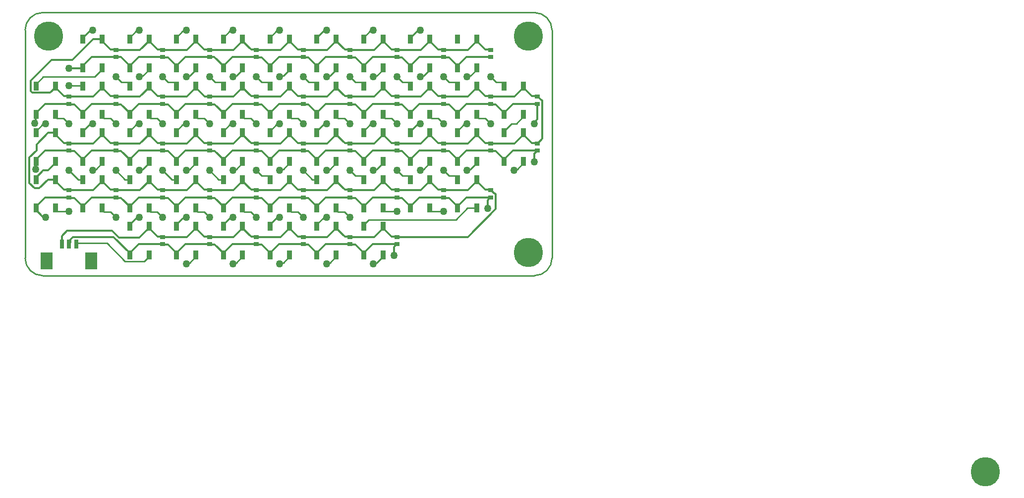
<source format=gtl>
G04*
G04 #@! TF.GenerationSoftware,Altium Limited,Altium Designer,25.8.1 (18)*
G04*
G04 Layer_Physical_Order=1*
G04 Layer_Color=255*
%FSLAX44Y44*%
%MOMM*%
G71*
G04*
G04 #@! TF.SameCoordinates,4CDBAC49-9385-4654-90CB-B963C00DF8DC*
G04*
G04*
G04 #@! TF.FilePolarity,Positive*
G04*
G01*
G75*
%ADD12C,0.2540*%
%ADD13R,0.9000X1.5000*%
%ADD14R,0.9000X0.7500*%
%ADD15R,0.8000X1.6000*%
%ADD16R,2.1000X3.0000*%
%ADD21C,0.3048*%
%ADD22C,5.0000*%
%ADD23C,1.2700*%
D12*
X765944Y761944D02*
X776500Y772500D01*
Y775500D01*
X761944Y761944D02*
X765944D01*
X760000Y760000D02*
X761944Y761944D01*
X678056Y838056D02*
X680000Y840000D01*
X663500Y827500D02*
X674056Y838056D01*
X678056D01*
X663500Y824500D02*
Y827500D01*
X845944Y761944D02*
X856500Y772500D01*
Y775500D01*
X841944Y761944D02*
X845944D01*
X840000Y760000D02*
X841944Y761944D01*
X758056Y838056D02*
X760000Y840000D01*
X743500Y827500D02*
X754056Y838056D01*
X758056D01*
X743500Y824500D02*
Y827500D01*
X624653Y795347D02*
X655810Y764190D01*
X572500Y794000D02*
X573847Y795347D01*
X624653D01*
X560000Y1065000D02*
X583000D01*
X583500Y1064500D01*
X536500Y1012500D02*
Y1015500D01*
Y1012500D02*
X539730Y1009270D01*
X550730D01*
X560000Y1000000D01*
X983500Y1147500D02*
X994056Y1158056D01*
X903500Y1147500D02*
X914056Y1158056D01*
X1063500Y1147500D02*
X1074056Y1158056D01*
X834056D02*
X838056D01*
X1158056D02*
X1160000Y1160000D01*
X1143500Y1147500D02*
X1154056Y1158056D01*
X678056D02*
X680000Y1160000D01*
X1154056Y1158056D02*
X1158056D01*
X583500Y1147500D02*
X594056Y1158056D01*
X598056D01*
X1074056D02*
X1078056D01*
X994056D02*
X998056D01*
X914056D02*
X918056D01*
X823500Y1147500D02*
X834056Y1158056D01*
X1078056D02*
X1080000Y1160000D01*
X598056Y1158056D02*
X600000Y1160000D01*
X918056Y1158056D02*
X920000Y1160000D01*
X838056Y1158056D02*
X840000Y1160000D01*
X743500Y1147500D02*
X754056Y1158056D01*
X674056D02*
X678056D01*
X758056D02*
X760000Y1160000D01*
X663500Y1147500D02*
X674056Y1158056D01*
X998056D02*
X1000000Y1160000D01*
X754056Y1158056D02*
X758056D01*
X1176500Y853230D02*
Y855500D01*
Y853230D02*
X1179730Y850000D01*
X1200000D01*
X1220270Y910730D02*
X1223500Y907500D01*
Y904500D02*
Y907500D01*
X1200000Y920000D02*
X1209270Y910730D01*
X1220270D01*
X1096500Y853230D02*
X1099730Y850000D01*
X1096500Y853230D02*
Y855500D01*
X1099730Y850000D02*
X1120000D01*
X1140270Y910730D02*
X1143500Y907500D01*
Y904500D02*
Y907500D01*
X1120000Y920000D02*
X1129270Y910730D01*
X1140270D01*
X1240888Y855500D02*
X1256500D01*
X1223500Y984500D02*
Y987500D01*
X1240000Y920000D02*
X1241944Y921944D01*
X1245944D01*
X1245944Y1081944D02*
X1256500Y1092500D01*
Y1012500D02*
Y1015500D01*
Y1092500D02*
Y1095500D01*
X1241944Y1081944D02*
X1245944D01*
X1200000Y1080000D02*
X1209270Y1070730D01*
X1240000Y1080000D02*
X1241944Y1081944D01*
X1220270Y1070730D02*
X1223500Y1067500D01*
X1259730Y1009270D02*
X1270730D01*
X1256500Y1012500D02*
X1259730Y1009270D01*
X1209270Y1070730D02*
X1220270D01*
X1223500Y1064500D02*
Y1067500D01*
X1179730Y1009270D02*
X1190730D01*
X1176500Y1092500D02*
Y1095500D01*
X1176500Y1012500D02*
Y1015500D01*
Y1012500D02*
X1179730Y1009270D01*
X514056Y998056D02*
X518056D01*
X503500Y987500D02*
X514056Y998056D01*
X503500Y984500D02*
Y987500D01*
X560000Y920000D02*
X575500Y904500D01*
X1143500Y984500D02*
Y987500D01*
X1154056Y998056D01*
X1336500Y1012500D02*
Y1015500D01*
X1324000Y1000000D02*
X1336500Y1012500D01*
X1099730Y1009270D02*
X1110730D01*
X1120000Y1000000D01*
X1336500Y932500D02*
Y935500D01*
X1320000Y920000D02*
X1321944Y921944D01*
X1325944D02*
X1336500Y932500D01*
X1270730Y1009270D02*
X1280000Y1000000D01*
X1303500Y984500D02*
Y987500D01*
X1321944Y921944D02*
X1325944D01*
X1303500Y987500D02*
X1306730Y990730D01*
X1316076Y1000000D02*
X1324000D01*
X1306806Y990730D02*
X1316076Y1000000D01*
X1306730Y990730D02*
X1306806D01*
X1165944Y921944D02*
X1176500Y932500D01*
Y935500D01*
X1190730Y1009270D02*
X1200000Y1000000D01*
X1234056Y998056D02*
X1238056D01*
X1245944Y921944D02*
X1256500Y932500D01*
Y935500D01*
X1238056Y998056D02*
X1240000Y1000000D01*
X1223500Y987500D02*
X1234056Y998056D01*
X1158056D02*
X1160000Y1000000D01*
X1154056Y998056D02*
X1158056D01*
X1221198Y835810D02*
X1240888Y855500D01*
X1005944Y761944D02*
X1016500Y772500D01*
X1001944Y761944D02*
X1005944D01*
X1016500Y772500D02*
Y775500D01*
X1000000Y760000D02*
X1001944Y761944D01*
X1289270Y1070730D02*
X1300270D01*
X1280000Y1080000D02*
X1289270Y1070730D01*
X1303500Y1064500D02*
Y1067500D01*
X1300270Y1070730D02*
X1303500Y1067500D01*
X1071886Y835810D02*
X1221198D01*
X688114Y764190D02*
X693194Y769270D01*
X655810Y764190D02*
X688114D01*
X1096500Y772500D02*
Y775500D01*
X1080000Y760000D02*
X1081944Y761944D01*
X1085944D01*
X1096500Y772500D01*
X920000Y760000D02*
X921944Y761944D01*
X925944D01*
X936500Y772500D01*
Y775500D01*
X870730Y1009270D02*
X880000Y1000000D01*
X760000Y1080000D02*
X761944Y1081944D01*
X765944D01*
X776500Y1092500D01*
Y1095500D01*
X743500Y1144500D02*
Y1147500D01*
X680000Y1080000D02*
X681944Y1081944D01*
X720000Y1080000D02*
X729270Y1070730D01*
X696500Y1012500D02*
Y1015500D01*
X583500Y1144500D02*
Y1147500D01*
X663500Y1144500D02*
Y1147500D01*
X696500Y1092500D02*
Y1095500D01*
X681944Y1081944D02*
X685944D01*
X696500Y1092500D01*
X663500Y1064500D02*
Y1067500D01*
X660270Y1070730D02*
X663500Y1067500D01*
X649270Y1070730D02*
X660270D01*
X640000Y1080000D02*
X649270Y1070730D01*
X809270D02*
X820270D01*
X823500Y1064500D02*
Y1067500D01*
X820270Y1070730D02*
X823500Y1067500D01*
X845944Y921944D02*
X856500Y932500D01*
X815500Y904500D02*
X823500D01*
X800000Y920000D02*
X815500Y904500D01*
X856500Y932500D02*
Y935500D01*
X840000Y920000D02*
X841944Y921944D01*
X845944D01*
X776500Y1012500D02*
Y1015500D01*
X729270Y1070730D02*
X740270D01*
X743500Y1064500D02*
Y1067500D01*
X740270Y1070730D02*
X743500Y1067500D01*
X776500Y1012500D02*
X779730Y1009270D01*
X790730D01*
X776500Y932500D02*
Y935500D01*
X790730Y1009270D02*
X800000Y1000000D01*
X760000Y920000D02*
X761944Y921944D01*
X765944D02*
X776500Y932500D01*
X761944Y921944D02*
X765944D01*
X735500Y904500D02*
X743500D01*
X720000Y920000D02*
X735500Y904500D01*
X838056Y998056D02*
X840000Y1000000D01*
X823500Y984500D02*
Y987500D01*
X834056Y998056D01*
X838056D01*
X743500Y984500D02*
Y987500D01*
X856500Y1012500D02*
X859730Y1009270D01*
X856500Y1012500D02*
Y1015500D01*
X743500Y987500D02*
X754056Y998056D01*
X758056D01*
X760000Y1000000D01*
X1016500Y852500D02*
X1019730Y849270D01*
X1016500Y852500D02*
Y855500D01*
X1030730Y849270D02*
X1040000Y840000D01*
X1019730Y849270D02*
X1030730D01*
X1066806Y830730D02*
X1071886Y835810D01*
X1066730Y830730D02*
X1066806D01*
X1161944Y921944D02*
X1165944D01*
X1160000Y920000D02*
X1161944Y921944D01*
X1081944D02*
X1085944D01*
X1040000Y920000D02*
X1049270Y910730D01*
X1063500Y904500D02*
Y907500D01*
X1060270Y910730D02*
X1063500Y907500D01*
X1049270Y910730D02*
X1060270D01*
X1000000Y920000D02*
X1001944Y921944D01*
X1005944D01*
X1080000Y920000D02*
X1081944Y921944D01*
X1063500Y827500D02*
X1066730Y830730D01*
X1063500Y824500D02*
Y827500D01*
X776500Y852500D02*
Y855500D01*
X856500Y852500D02*
Y855500D01*
Y852500D02*
X859730Y849270D01*
X918056Y838056D02*
X920000Y840000D01*
X983500Y824500D02*
Y827500D01*
X994056Y838056D01*
X998056D01*
X1000000Y840000D01*
X936500Y852500D02*
Y855500D01*
X950730Y849270D02*
X960000Y840000D01*
X939730Y849270D02*
X950730D01*
X936500Y852500D02*
X939730Y849270D01*
X834056Y838056D02*
X838056D01*
X840000Y840000D01*
X823500Y824500D02*
Y827500D01*
X834056Y838056D01*
X975500Y904500D02*
X983500D01*
X903500D02*
Y907500D01*
X889270Y910730D02*
X900270D01*
X903500Y907500D01*
X790730Y849270D02*
X800000Y840000D01*
X779730Y849270D02*
X790730D01*
X776500Y852500D02*
X779730Y849270D01*
X914056Y838056D02*
X918056D01*
X903500Y824500D02*
Y827500D01*
X914056Y838056D01*
X870730Y849270D02*
X880000Y840000D01*
X859730Y849270D02*
X870730D01*
X914056Y998056D02*
X918056D01*
X920000Y1000000D01*
X903500Y984500D02*
Y987500D01*
X914056Y998056D01*
X920000Y920000D02*
X921944Y921944D01*
X960000Y920000D02*
X975500Y904500D01*
X921944Y921944D02*
X925944D01*
X936500Y1012500D02*
Y1015500D01*
X950730Y1009270D02*
X960000Y1000000D01*
X939730Y1009270D02*
X950730D01*
X936500Y1012500D02*
X939730Y1009270D01*
X1016500Y1012500D02*
X1019730Y1009270D01*
X983500Y984500D02*
Y987500D01*
X994056Y998056D01*
X998056D01*
X1000000Y1000000D01*
X1016500Y1012500D02*
Y1015500D01*
X1030730Y1009270D02*
X1040000Y1000000D01*
X1019730Y1009270D02*
X1030730D01*
X936500Y932500D02*
Y935500D01*
X1005944Y921944D02*
X1016500Y932500D01*
Y935500D01*
X1063500Y984500D02*
Y987500D01*
X1074056Y998056D01*
X1078056D01*
X1080000Y1000000D01*
X1096500Y1012500D02*
X1099730Y1009270D01*
X1096500Y932500D02*
Y935500D01*
X1085944Y921944D02*
X1096500Y932500D01*
Y1012500D02*
Y1015500D01*
X880000Y920000D02*
X889270Y910730D01*
X925944Y921944D02*
X936500Y932500D01*
X1063500Y1144500D02*
Y1147500D01*
X903500Y1144500D02*
Y1147500D01*
X983500Y1144500D02*
Y1147500D01*
X936500Y1092500D02*
Y1095500D01*
X1016500Y1092500D02*
Y1095500D01*
X1096500Y1092500D02*
Y1095500D01*
X1143500Y1144500D02*
Y1147500D01*
X1005944Y1081944D02*
X1016500Y1092500D01*
X1040000Y1080000D02*
X1049270Y1070730D01*
X1000000Y1080000D02*
X1001944Y1081944D01*
X1005944D01*
X859730Y1009270D02*
X870730D01*
X841944Y1081944D02*
X845944D01*
X856500Y1092500D01*
X880000Y1080000D02*
X889270Y1070730D01*
X840000Y1080000D02*
X841944Y1081944D01*
X856500Y1092500D02*
Y1095500D01*
X889270Y1070730D02*
X900270D01*
X903500Y1064500D02*
Y1067500D01*
X900270Y1070730D02*
X903500Y1067500D01*
X921944Y1081944D02*
X925944D01*
X920000Y1080000D02*
X921944Y1081944D01*
X925944D02*
X936500Y1092500D01*
X969270Y1070730D02*
X980270D01*
X983500Y1064500D02*
Y1067500D01*
X980270Y1070730D02*
X983500Y1067500D01*
X1080000Y1080000D02*
X1081944Y1081944D01*
X1063500Y1064500D02*
Y1067500D01*
X1081944Y1081944D02*
X1085944D01*
X1096500Y1092500D01*
X1120000Y1080000D02*
X1129270Y1070730D01*
X1165944Y1081944D02*
X1176500Y1092500D01*
X1129270Y1070730D02*
X1140270D01*
X1143500Y1064500D02*
Y1067500D01*
X1140270Y1070730D02*
X1143500Y1067500D01*
X1160000Y1080000D02*
X1161944Y1081944D01*
X1165944D01*
X800000Y1080000D02*
X809270Y1070730D01*
X960000Y1080000D02*
X969270Y1070730D01*
X1060270D02*
X1063500Y1067500D01*
X1049270Y1070730D02*
X1060270D01*
X503500Y1067500D02*
X516000Y1080000D01*
X603924D01*
X503500Y1064500D02*
Y1067500D01*
X616500Y1012500D02*
Y1015500D01*
X603924Y1080000D02*
X613194Y1089270D01*
X616500Y1092500D02*
Y1095500D01*
X613194Y1089270D02*
X613270D01*
X616500Y1092500D01*
X598056Y998056D02*
X600000Y1000000D01*
Y920000D02*
X601944Y921944D01*
X605944D01*
X583500Y984500D02*
Y987500D01*
X594056Y998056D01*
X598056D01*
X616500Y1012500D02*
X619730Y1009270D01*
X630730D02*
X640000Y1000000D01*
X619730Y1009270D02*
X630730D01*
X605944Y921944D02*
X616500Y932500D01*
Y935500D01*
X710730Y1009270D02*
X720000Y1000000D01*
X663500Y984500D02*
Y987500D01*
X685944Y921944D02*
X696500Y932500D01*
X663500Y987500D02*
X674056Y998056D01*
X678056D01*
X680000Y1000000D01*
X699730Y1009270D02*
X710730D01*
X696500Y1012500D02*
X699730Y1009270D01*
X696500Y932500D02*
Y935500D01*
X681944Y921944D02*
X685944D01*
X655500Y904500D02*
X663500D01*
X640000Y920000D02*
X655500Y904500D01*
X680000Y920000D02*
X681944Y921944D01*
X823500Y1144500D02*
Y1147500D01*
X696500Y852500D02*
Y855500D01*
X710730Y849270D02*
X720000Y840000D01*
X699730Y849270D02*
X710730D01*
X696500Y852500D02*
X699730Y849270D01*
X619730D02*
X630730D01*
X640000Y840000D01*
X616500Y852500D02*
X619730Y849270D01*
X616500Y852500D02*
Y855500D01*
X575500Y904500D02*
X583500D01*
X518056Y998056D02*
X520000Y1000000D01*
X693270Y769270D02*
X696500Y772500D01*
X693194Y769270D02*
X693270D01*
X696500Y772500D02*
Y775500D01*
X536500Y853230D02*
Y855500D01*
X539730Y850000D02*
X560000D01*
X536500Y853230D02*
X539730Y850000D01*
X515000Y1190000D02*
G03*
X485000Y1160000I0J-30000D01*
G01*
Y770000D02*
G03*
X515000Y740000I30000J0D01*
G01*
X1355000Y740000D02*
G03*
X1385000Y770000I0J30000D01*
G01*
X1385000Y1160000D02*
G03*
X1355000Y1190000I-30000J0D01*
G01*
X515000Y740000D02*
X1355000D01*
X1385000Y770000D02*
Y1160000D01*
X515000Y1190000D02*
X1355000D01*
X485000Y770000D02*
Y1160000D01*
D13*
X776500Y775500D02*
D03*
X663500Y824500D02*
D03*
X856500Y775500D02*
D03*
X743500Y824500D02*
D03*
X1223500Y1095500D02*
D03*
X1143500D02*
D03*
X1303500Y1015500D02*
D03*
X1143500D02*
D03*
X1223500D02*
D03*
X1063500Y1095500D02*
D03*
X983500D02*
D03*
X1063500Y1015500D02*
D03*
X983500D02*
D03*
X1303500Y935500D02*
D03*
X1223500D02*
D03*
X1143500D02*
D03*
X1223500Y855500D02*
D03*
X1143500D02*
D03*
X1063500Y935500D02*
D03*
X983500D02*
D03*
Y855500D02*
D03*
X1063500D02*
D03*
X1063500Y775500D02*
D03*
X983500D02*
D03*
X903500Y1095500D02*
D03*
X823500D02*
D03*
X743500D02*
D03*
X823500Y1015500D02*
D03*
X903500D02*
D03*
X743500D02*
D03*
X663500Y1095500D02*
D03*
X583500D02*
D03*
Y1015500D02*
D03*
X663500D02*
D03*
X503500D02*
D03*
X903500Y935500D02*
D03*
X823500D02*
D03*
X743500D02*
D03*
Y855500D02*
D03*
X903500D02*
D03*
X823500D02*
D03*
X903500Y775500D02*
D03*
X823500D02*
D03*
X743500D02*
D03*
X663500Y935500D02*
D03*
X583500D02*
D03*
X503500D02*
D03*
X663500Y855500D02*
D03*
X583500D02*
D03*
X663500Y775500D02*
D03*
X503500Y855500D02*
D03*
X1256500Y1144500D02*
D03*
X1336500Y1064500D02*
D03*
X1256500D02*
D03*
X1176500Y1144500D02*
D03*
X1176500Y1064500D02*
D03*
X1336500Y984500D02*
D03*
X1256500D02*
D03*
X1176500D02*
D03*
X1096500Y1144500D02*
D03*
X1096500Y1064500D02*
D03*
X1016500Y1144500D02*
D03*
X936500D02*
D03*
X1016500Y1064500D02*
D03*
X936500D02*
D03*
X1096500Y984500D02*
D03*
X1016500D02*
D03*
X936500D02*
D03*
X1256500Y904500D02*
D03*
X1176500D02*
D03*
X1096500D02*
D03*
X1016500D02*
D03*
X936500D02*
D03*
X1096500Y824500D02*
D03*
X1016500D02*
D03*
X856500Y1144500D02*
D03*
Y1064500D02*
D03*
X776500Y1144500D02*
D03*
Y1064500D02*
D03*
X856500Y984500D02*
D03*
X776500D02*
D03*
X696500Y1144500D02*
D03*
Y1064500D02*
D03*
X616500Y1144500D02*
D03*
Y1064500D02*
D03*
X536500D02*
D03*
X696500Y984500D02*
D03*
X616500D02*
D03*
X536500D02*
D03*
X856500Y904500D02*
D03*
X776500D02*
D03*
X936500Y824500D02*
D03*
X856500D02*
D03*
X776500D02*
D03*
X696500Y904500D02*
D03*
X616500D02*
D03*
X536500D02*
D03*
X696500Y824500D02*
D03*
X503500Y1064500D02*
D03*
X536500Y1015500D02*
D03*
X583500Y1064500D02*
D03*
X903500Y984500D02*
D03*
X936500Y935500D02*
D03*
X823500Y984500D02*
D03*
X856500Y935500D02*
D03*
X583500Y904500D02*
D03*
X616500Y855500D02*
D03*
X743500Y984500D02*
D03*
X776500Y935500D02*
D03*
X663500Y984500D02*
D03*
X696500Y935500D02*
D03*
X583500Y984500D02*
D03*
X616500Y935500D02*
D03*
X903500Y904500D02*
D03*
X936500Y855500D02*
D03*
X823500Y904500D02*
D03*
X856500Y855500D02*
D03*
X743500Y904500D02*
D03*
X776500Y855500D02*
D03*
X663500Y904500D02*
D03*
X696500Y855500D02*
D03*
X1223500Y904500D02*
D03*
X1256500Y855500D02*
D03*
X1143500Y904500D02*
D03*
X1176500Y855500D02*
D03*
X1063500Y904500D02*
D03*
X1096500Y855500D02*
D03*
X983500Y904500D02*
D03*
X1016500Y855500D02*
D03*
X903500Y824500D02*
D03*
X936500Y775500D02*
D03*
X823500Y824500D02*
D03*
X1063500D02*
D03*
X1096500Y775500D02*
D03*
X983500Y824500D02*
D03*
X1016500Y775500D02*
D03*
X696500D02*
D03*
X503500Y984500D02*
D03*
X536500Y935500D02*
D03*
X503500Y904500D02*
D03*
X536500Y855500D02*
D03*
X1063500Y984500D02*
D03*
X1096500Y935500D02*
D03*
X1143500Y984500D02*
D03*
X1176500Y935500D02*
D03*
X1223500Y984500D02*
D03*
X1256500Y935500D02*
D03*
X616500Y1015500D02*
D03*
X663500Y1064500D02*
D03*
X696500Y1015500D02*
D03*
X1303500Y984500D02*
D03*
X1336500Y935500D02*
D03*
X663500Y1144500D02*
D03*
X696500Y1095500D02*
D03*
X583500Y1144500D02*
D03*
X616500Y1095500D02*
D03*
X1303500Y1064500D02*
D03*
X1336500Y1015500D02*
D03*
X1223500Y1144500D02*
D03*
X1256500Y1095500D02*
D03*
X1143500Y1064500D02*
D03*
X1176500Y1015500D02*
D03*
X1223500Y1064500D02*
D03*
X1256500Y1015500D02*
D03*
X1143500Y1144500D02*
D03*
X1176500Y1095500D02*
D03*
X743500Y1144500D02*
D03*
X776500Y1095500D02*
D03*
X823500Y1144500D02*
D03*
X856500Y1095500D02*
D03*
X983500Y1144500D02*
D03*
X1016500Y1095500D02*
D03*
X903500Y1144500D02*
D03*
X936500Y1095500D02*
D03*
X1063500Y1144500D02*
D03*
X1096500Y1095500D02*
D03*
X823500Y1064500D02*
D03*
X856500Y1015500D02*
D03*
X743500Y1064500D02*
D03*
X776500Y1015500D02*
D03*
X903500Y1064500D02*
D03*
X936500Y1015500D02*
D03*
X983500Y1064500D02*
D03*
X1016500Y1015500D02*
D03*
X1063500Y1064500D02*
D03*
X1096500Y1015500D02*
D03*
X983500Y984500D02*
D03*
X1016500Y935500D02*
D03*
D14*
X1280000Y1113750D02*
D03*
X1360000Y1033750D02*
D03*
X1280000D02*
D03*
X1200000Y1113750D02*
D03*
Y1033750D02*
D03*
X1120000Y1113750D02*
D03*
X1040000D02*
D03*
X1120000Y1033750D02*
D03*
X1040000D02*
D03*
X960000Y1113750D02*
D03*
Y1033750D02*
D03*
X1360000Y953750D02*
D03*
X1280000D02*
D03*
Y873750D02*
D03*
X1200000Y953750D02*
D03*
X1120000D02*
D03*
X1200000Y873750D02*
D03*
X1120000D02*
D03*
X1120000Y793750D02*
D03*
X1040000Y953750D02*
D03*
Y873750D02*
D03*
X960000Y953750D02*
D03*
Y873750D02*
D03*
X1040000Y793750D02*
D03*
X960000D02*
D03*
X880000Y1113750D02*
D03*
Y1033750D02*
D03*
X800000D02*
D03*
Y1113750D02*
D03*
X720000D02*
D03*
Y1033750D02*
D03*
X880000Y953750D02*
D03*
X800000D02*
D03*
X720000D02*
D03*
X640000Y1113750D02*
D03*
Y1033750D02*
D03*
X560000D02*
D03*
X640000Y953750D02*
D03*
X560000D02*
D03*
X880000Y873750D02*
D03*
X800000D02*
D03*
X720000D02*
D03*
X880000Y793750D02*
D03*
X720000Y793750D02*
D03*
X800000D02*
D03*
X640000Y873750D02*
D03*
X560000D02*
D03*
X1280000Y1126250D02*
D03*
X1200000D02*
D03*
X1360000Y1046250D02*
D03*
X1280000D02*
D03*
X1200000D02*
D03*
X1120000Y1126250D02*
D03*
X1040000D02*
D03*
X960000D02*
D03*
X1120000Y1046250D02*
D03*
X1040000D02*
D03*
X960000D02*
D03*
X1360000Y966250D02*
D03*
X1280000D02*
D03*
X1200000D02*
D03*
X1120000D02*
D03*
X1280000Y886250D02*
D03*
X1200000D02*
D03*
X1120000Y806250D02*
D03*
X1120000Y886250D02*
D03*
X1040000Y966250D02*
D03*
Y886250D02*
D03*
X960000Y966250D02*
D03*
X1040000Y806250D02*
D03*
X960000Y886250D02*
D03*
Y806250D02*
D03*
X880000Y1126250D02*
D03*
X800000D02*
D03*
X720000D02*
D03*
X880000Y1046250D02*
D03*
X800000D02*
D03*
X720000D02*
D03*
X640000Y1126250D02*
D03*
Y1046250D02*
D03*
X560000D02*
D03*
X880000Y966250D02*
D03*
Y886250D02*
D03*
X800000Y966250D02*
D03*
X720000D02*
D03*
X800000Y886250D02*
D03*
X720000D02*
D03*
X880000Y806250D02*
D03*
X800000Y806250D02*
D03*
X720000D02*
D03*
X640000Y966250D02*
D03*
X560000D02*
D03*
X640000Y886250D02*
D03*
X560000D02*
D03*
D15*
Y794000D02*
D03*
X547500D02*
D03*
X572500D02*
D03*
D16*
X598000Y765000D02*
D03*
X522000D02*
D03*
D21*
X566817Y806064D02*
X635936D01*
X663500Y778500D01*
X560000Y794000D02*
X562476Y796476D01*
Y801723D02*
X566817Y806064D01*
X562476Y796476D02*
Y801723D01*
X1078750Y793750D02*
X1119250D01*
X1120000D01*
X1238750Y1113750D02*
X1280000D01*
X1318750Y1033750D02*
X1360000D01*
X1238750D02*
X1280000D01*
X1223500Y1098500D02*
X1238750Y1113750D01*
X1223500Y1095500D02*
Y1098500D01*
X1303500Y1018500D02*
X1318750Y1033750D01*
X1360000Y1007612D02*
Y1033750D01*
X1223500Y1018500D02*
X1238750Y1033750D01*
X1280000D02*
X1280822Y1032928D01*
X1200000Y1113750D02*
X1200822Y1112928D01*
X1209072D02*
X1223500Y1098500D01*
X1200822Y1112928D02*
X1209072D01*
X1158750Y1113750D02*
X1200000D01*
X1143500Y1098500D02*
X1158750Y1113750D01*
X1129072Y1112928D02*
X1143500Y1098500D01*
X1158750Y1033750D02*
X1200000D01*
X1200822Y1032928D01*
X1143500Y1095500D02*
Y1098500D01*
X1143500Y1018500D02*
X1158750Y1033750D01*
X1355000Y1002612D02*
X1360000Y1007612D01*
X1355000Y1000000D02*
Y1002612D01*
X1289072Y1032928D02*
X1303500Y1018500D01*
X1280822Y1032928D02*
X1289072D01*
X1303500Y1015500D02*
Y1018500D01*
X1357024Y951524D02*
X1359250Y953750D01*
X1318750D02*
X1360000D01*
X1359250D02*
X1360000D01*
X1280822Y952928D02*
X1289072D01*
X1280000Y953750D02*
X1280822Y952928D01*
X1357024Y950774D02*
Y951524D01*
X1209072Y1032928D02*
X1223500Y1018500D01*
X1200822Y1032928D02*
X1209072D01*
X1223500Y1015500D02*
Y1018500D01*
X1129072Y1032928D02*
X1143500Y1018500D01*
X1120822Y1032928D02*
X1129072D01*
X1143500Y1015500D02*
Y1018500D01*
X1238750Y953750D02*
X1280000D01*
X1200822Y952928D02*
X1209072D01*
X1200000Y953750D02*
X1200822Y952928D01*
X1158750Y953750D02*
X1200000D01*
X1120822Y952928D02*
X1129072D01*
X1078750Y1113750D02*
X1120000D01*
X1120822Y1112928D02*
X1129072D01*
X1120000Y1113750D02*
X1120822Y1112928D01*
X1040000Y1113750D02*
X1040822Y1112928D01*
X1049072D01*
X1063500Y1098500D02*
X1078750Y1113750D01*
X1063500Y1095500D02*
Y1098500D01*
X1049072Y1112928D02*
X1063500Y1098500D01*
X998750Y1113750D02*
X1040000D01*
X969072Y1112928D02*
X983500Y1098500D01*
X960822Y1112928D02*
X969072D01*
X918750Y1113750D02*
X960000D01*
X903500Y1098500D02*
X918750Y1113750D01*
X960000D02*
X960822Y1112928D01*
X983500Y1098500D02*
X998750Y1113750D01*
X983500Y1095500D02*
Y1098500D01*
X903500Y1095500D02*
Y1098500D01*
X960000Y1033750D02*
X960822Y1032928D01*
X1078750Y1033750D02*
X1120000D01*
X1063500Y1018500D02*
X1078750Y1033750D01*
X1120000D02*
X1120822Y1032928D01*
X1049072D02*
X1063500Y1018500D01*
X1040000Y1033750D02*
X1040822Y1032928D01*
X998750Y1033750D02*
X1040000D01*
X1040822Y1032928D02*
X1049072D01*
X1078750Y953750D02*
X1120000D01*
X1120822Y952928D01*
X1063500Y1015500D02*
Y1018500D01*
X1040000Y953750D02*
X1040822Y952928D01*
X1049072D01*
X983500Y1018500D02*
X998750Y1033750D01*
X960822Y1032928D02*
X969072D01*
X983500Y1018500D01*
X918750Y1033750D02*
X960000D01*
X903500Y1018500D02*
X918750Y1033750D01*
X903500Y1015500D02*
Y1018500D01*
X983500Y1015500D02*
Y1018500D01*
X998750Y953750D02*
X1040000D01*
X960000D02*
X960822Y952928D01*
X918750Y953750D02*
X960000D01*
X960822Y952928D02*
X969072D01*
X1303500Y938500D02*
X1318750Y953750D01*
X1355000Y948750D02*
X1357024Y950774D01*
X1303500Y935500D02*
Y938500D01*
X1289072Y952928D02*
X1303500Y938500D01*
X1223500Y935500D02*
Y938500D01*
X1355000Y935000D02*
Y948750D01*
X1143500Y938500D02*
X1158750Y953750D01*
X1223500Y938500D02*
X1238750Y953750D01*
X1209072Y952928D02*
X1223500Y938500D01*
X1129072Y952928D02*
X1143500Y938500D01*
Y935500D02*
Y938500D01*
X1200000Y873750D02*
X1200822Y872928D01*
X1078750Y873750D02*
X1120000D01*
X1277024Y871524D02*
X1279250Y873750D01*
X1238750D02*
X1280000D01*
X1279250D02*
X1280000D01*
X1275000Y868750D02*
X1277024Y870774D01*
X1209072Y872928D02*
X1223500Y858500D01*
X1200822Y872928D02*
X1209072D01*
X1277024Y870774D02*
Y871524D01*
X1275000Y855000D02*
Y868750D01*
X1223500Y858500D02*
X1238750Y873750D01*
X1223500Y855500D02*
Y858500D01*
X1158750Y873750D02*
X1200000D01*
X1143500Y858500D02*
X1158750Y873750D01*
X1143500Y855500D02*
Y858500D01*
X1120822Y872928D02*
X1129072D01*
X1120000Y873750D02*
X1120822Y872928D01*
X1129072D02*
X1143500Y858500D01*
X1063500Y938500D02*
X1078750Y953750D01*
X1049072Y952928D02*
X1063500Y938500D01*
Y935500D02*
Y938500D01*
X983500Y935500D02*
Y938500D01*
X998750Y873750D02*
X1040000D01*
X1063500Y858500D02*
X1078750Y873750D01*
X1040822Y872928D02*
X1049072D01*
X1063500Y858500D01*
X983500D02*
X998750Y873750D01*
X1040000D02*
X1040822Y872928D01*
X983500Y938500D02*
X998750Y953750D01*
X969072Y952928D02*
X983500Y938500D01*
X903500Y935500D02*
Y938500D01*
X918750Y953750D01*
Y873750D02*
X960000D01*
X969072Y872928D02*
X983500Y858500D01*
X960822Y872928D02*
X969072D01*
X903500Y858500D02*
X918750Y873750D01*
X960000D02*
X960822Y872928D01*
X1063500Y855500D02*
Y858500D01*
X1117024Y790774D02*
Y791524D01*
X1119250Y793750D01*
X1040000D02*
X1040822Y792928D01*
X1049072D01*
X1115000Y788750D02*
X1117024Y790774D01*
X1063500Y778500D02*
X1078750Y793750D01*
X1115000Y775000D02*
Y788750D01*
X1049072Y792928D02*
X1063500Y778500D01*
Y775500D02*
Y778500D01*
X998750Y793750D02*
X1040000D01*
X983500Y855500D02*
Y858500D01*
X960822Y792928D02*
X969072D01*
X918750Y793750D02*
X960000D01*
X960822Y792928D01*
X983500Y778500D02*
X998750Y793750D01*
X983500Y775500D02*
Y778500D01*
X969072Y792928D02*
X983500Y778500D01*
X903500D02*
X918750Y793750D01*
X903500Y775500D02*
Y778500D01*
X838750Y1113750D02*
X880000D01*
X880822Y1112928D02*
X889072D01*
X880000Y1113750D02*
X880822Y1112928D01*
X808250Y1113750D02*
X823500Y1098500D01*
X800000Y1113750D02*
X808250D01*
X823500Y1098500D02*
X838750Y1113750D01*
X889072Y1112928D02*
X903500Y1098500D01*
X823500Y1018500D02*
X838750Y1033750D01*
X758750Y1113750D02*
X800000D01*
X729072Y1112928D02*
X743500Y1098500D01*
X720822Y1112928D02*
X729072D01*
X678750Y1113750D02*
X720000D01*
X720822Y1112928D01*
X743500Y1098500D02*
X758750Y1113750D01*
X743500Y1018500D02*
X758750Y1033750D01*
X743500Y1095500D02*
Y1098500D01*
X720000Y1033750D02*
X720822Y1032928D01*
X880000Y1033750D02*
X880822Y1032928D01*
X838750Y1033750D02*
X880000D01*
X889072Y1032928D02*
X903500Y1018500D01*
X880822Y1032928D02*
X889072D01*
X809072D02*
X823500Y1018500D01*
Y1015500D02*
Y1018500D01*
X880822Y952928D02*
X889072D01*
X880000Y953750D02*
X880822Y952928D01*
X838750Y953750D02*
X880000D01*
X800822Y952928D02*
X809072D01*
X800000Y1033750D02*
X800822Y1032928D01*
X758750Y1033750D02*
X800000D01*
X800822Y1032928D02*
X809072D01*
X729072D02*
X743500Y1018500D01*
X720822Y1032928D02*
X729072D01*
X743500Y1015500D02*
Y1018500D01*
X758750Y953750D02*
X800000D01*
X800822Y952928D01*
X720000Y953750D02*
X720822Y952928D01*
X729072D01*
X640000Y1113750D02*
X648250D01*
X663500Y1098500D02*
X678750Y1113750D01*
X648250D02*
X663500Y1098500D01*
X598750Y1113750D02*
X640000D01*
X583500Y1098500D02*
X598750Y1113750D01*
X583500Y1095500D02*
Y1098500D01*
X663500Y1018500D02*
X678750Y1033750D01*
X720000D01*
X598750D02*
X640000D01*
X640822Y1032928D01*
X583000Y1095000D02*
X583500Y1095500D01*
X560000Y1095000D02*
X583000D01*
X518750Y1033750D02*
X560000D01*
X560822Y1032928D01*
X503500Y1018500D02*
X518750Y1033750D01*
X640822Y1032928D02*
X649072D01*
X583500Y1018500D02*
X598750Y1033750D01*
X663500Y1015500D02*
Y1018500D01*
X649072Y1032928D02*
X663500Y1018500D01*
X569072Y1032928D02*
X583500Y1018500D01*
Y1015500D02*
Y1018500D01*
X678750Y953750D02*
X720000D01*
X640822Y952928D02*
X649072D01*
X598750Y953750D02*
X640000D01*
X640822Y952928D01*
X560822Y1032928D02*
X569072D01*
X503500Y1015500D02*
Y1018500D01*
X502625Y1014625D02*
X503500Y1015500D01*
X502625Y1001765D02*
Y1014625D01*
X560000Y953750D02*
X560822Y952928D01*
X569072D01*
X501750Y1000890D02*
X502625Y1001765D01*
X518750Y953750D02*
X560000D01*
X889072Y952928D02*
X903500Y938500D01*
X823500D02*
X838750Y953750D01*
Y873750D02*
X880000D01*
X809072Y952928D02*
X823500Y938500D01*
Y935500D02*
Y938500D01*
X880822Y872928D02*
X889072D01*
X903500Y858500D01*
X880000Y873750D02*
X880822Y872928D01*
X823500Y858500D02*
X838750Y873750D01*
X809072Y872928D02*
X823500Y858500D01*
X758750Y873750D02*
X800000D01*
X743500Y938500D02*
X758750Y953750D01*
X800822Y872928D02*
X809072D01*
X800000Y873750D02*
X800822Y872928D01*
X729072Y952928D02*
X743500Y938500D01*
Y935500D02*
Y938500D01*
Y858500D02*
X758750Y873750D01*
X720822Y872928D02*
X729072D01*
X743500Y858500D01*
X903500Y855500D02*
Y858500D01*
X880822Y792928D02*
X889072D01*
X880000Y793750D02*
X880822Y792928D01*
X823500Y855500D02*
Y858500D01*
X838750Y793750D02*
X880000D01*
X889072Y792928D02*
X903500Y778500D01*
X823500D02*
X838750Y793750D01*
X823500Y775500D02*
Y778500D01*
X800000Y793750D02*
X800822Y792928D01*
X758750Y793750D02*
X800000D01*
X800822Y792928D02*
X809072D01*
X743500Y855500D02*
Y858500D01*
X720822Y792928D02*
X729072D01*
X743500Y778500D02*
X758750Y793750D01*
X809072Y792928D02*
X823500Y778500D01*
X729072Y792928D02*
X743500Y778500D01*
Y775500D02*
Y778500D01*
X663500Y938500D02*
X678750Y953750D01*
X649072Y952928D02*
X663500Y938500D01*
Y935500D02*
Y938500D01*
X583500D02*
X598750Y953750D01*
Y873750D02*
X640000D01*
X678750D02*
X720000D01*
X663500Y858500D02*
X678750Y873750D01*
X720000D02*
X720822Y872928D01*
X583500Y858500D02*
X598750Y873750D01*
X640000D02*
X640822Y872928D01*
X569072Y952928D02*
X583500Y938500D01*
X503166Y938166D02*
X518750Y953750D01*
X503166Y921893D02*
Y938166D01*
X502831Y921559D02*
X503166Y921893D01*
X560000Y873750D02*
X560822Y872928D01*
X569072D01*
X503500Y858500D02*
X518750Y873750D01*
X560000D01*
X649072Y872928D02*
X663500Y858500D01*
X640822Y872928D02*
X649072D01*
X663500Y855500D02*
Y858500D01*
X569072Y872928D02*
X583500Y858500D01*
Y855500D02*
Y858500D01*
X678750Y793750D02*
X720000D01*
X663500Y778500D02*
X678750Y793750D01*
X720000D02*
X720822Y792928D01*
X514153Y841847D02*
X518153D01*
X520000Y840000D01*
X503500Y852500D02*
Y858500D01*
Y852500D02*
X514153Y841847D01*
X633403Y816499D02*
X645029Y804874D01*
X556499Y816499D02*
X633403D01*
X547500Y807500D02*
X556499Y816499D01*
X547500Y794000D02*
Y807500D01*
X679874Y804874D02*
X691369Y816369D01*
X645029Y804874D02*
X679874D01*
X691369Y816369D02*
Y816369D01*
X696500Y821500D01*
X1256500Y1141500D02*
X1270928Y1127072D01*
X1279178D02*
X1280000Y1126250D01*
X1270928Y1127072D02*
X1279178D01*
X1256500Y1141500D02*
Y1144500D01*
X1241250Y1126250D02*
X1256500Y1141500D01*
X1336500Y1061500D02*
Y1064500D01*
X1256500Y1061500D02*
X1270928Y1047072D01*
X1256500Y1061500D02*
Y1064500D01*
X1241250Y1046250D02*
X1256500Y1061500D01*
X1176500Y1141500D02*
X1190928Y1127072D01*
X1199178D02*
X1200000Y1126250D01*
X1190928Y1127072D02*
X1199178D01*
X1176500Y1141500D02*
Y1144500D01*
X1161250Y1126250D02*
X1176500Y1141500D01*
X1120000Y1126250D02*
X1161250D01*
X1200000D02*
X1241250D01*
X1176500Y1061500D02*
X1190928Y1047072D01*
X1176500Y1061500D02*
Y1064500D01*
X1161250Y1046250D02*
X1176500Y1061500D01*
X1350928Y1047072D02*
X1359178D01*
X1360000Y1046250D02*
X1360750D01*
X1359178Y1047072D02*
X1360000Y1046250D01*
X1336500Y1061500D02*
X1350928Y1047072D01*
X1321250Y1046250D02*
X1336500Y1061500D01*
X1280000Y1046250D02*
X1321250D01*
X1366183Y1041564D02*
X1368564Y1039183D01*
X1365436Y1041564D02*
X1366183D01*
X1368564Y974064D02*
Y1039183D01*
X1360750Y1046250D02*
X1365436Y1041564D01*
X1336500Y981500D02*
Y984500D01*
X1279178Y1047072D02*
X1280000Y1046250D01*
X1270928Y1047072D02*
X1279178D01*
X1200000Y1046250D02*
X1241250D01*
X1199178Y1047072D02*
X1200000Y1046250D01*
X1190928Y1047072D02*
X1199178D01*
X1120000Y1046250D02*
X1161250D01*
X1256500Y981500D02*
Y984500D01*
X1176500Y981500D02*
Y984500D01*
X1096500Y1141500D02*
Y1144500D01*
X1110928Y1127072D02*
X1119178D01*
X1096500Y1141500D02*
X1110928Y1127072D01*
X1030928Y1127072D02*
X1039178D01*
X1016500Y1141500D02*
X1030928Y1127072D01*
X1039178D02*
X1040000Y1126250D01*
X1119178Y1127072D02*
X1120000Y1126250D01*
X1081250D02*
X1096500Y1141500D01*
X1040000Y1126250D02*
X1081250D01*
X1016500Y1141500D02*
Y1144500D01*
X950928Y1127072D02*
X959178D01*
X936500Y1141500D02*
Y1144500D01*
Y1141500D02*
X950928Y1127072D01*
X1001250Y1126250D02*
X1016500Y1141500D01*
X960000Y1126250D02*
X1001250D01*
X959178Y1127072D02*
X960000Y1126250D01*
X1096500Y1061500D02*
X1110928Y1047072D01*
X1096500Y1061500D02*
Y1064500D01*
X1110928Y1047072D02*
X1119178D01*
X1040000Y1046250D02*
X1081250D01*
X1030928Y1047072D02*
X1039178D01*
X1016500Y1061500D02*
X1030928Y1047072D01*
X1039178D02*
X1040000Y1046250D01*
X1119178Y1047072D02*
X1120000Y1046250D01*
X1081250D02*
X1096500Y1061500D01*
Y981500D02*
Y984500D01*
X1016500Y1061500D02*
Y1064500D01*
X959178Y1047072D02*
X960000Y1046250D01*
X1001250D01*
X936500Y1061500D02*
X950928Y1047072D01*
X936500Y1061500D02*
Y1064500D01*
X950928Y1047072D02*
X959178D01*
X1001250Y1046250D02*
X1016500Y1061500D01*
X1016500Y981500D02*
Y984500D01*
X936500Y981500D02*
Y984500D01*
X1361572Y967072D02*
X1368564Y974064D01*
X1336500Y981500D02*
X1350928Y967072D01*
X1361572D01*
X1279178D02*
X1280000Y966250D01*
X1256500Y981500D02*
X1270928Y967072D01*
X1241250Y966250D02*
X1256500Y981500D01*
X1270928Y967072D02*
X1279178D01*
X1321250Y966250D02*
X1336500Y981500D01*
X1280000Y966250D02*
X1321250D01*
X1256500Y901500D02*
Y904500D01*
X1176500Y981500D02*
X1190928Y967072D01*
X1161250Y966250D02*
X1176500Y981500D01*
X1190928Y967072D02*
X1199178D01*
X1119178D02*
X1120000Y966250D01*
X1110928Y967072D02*
X1119178D01*
X1120000Y966250D02*
X1161250D01*
X1199178Y967072D02*
X1200000Y966250D01*
X1241250D01*
X1176500Y901500D02*
Y904500D01*
X1270928Y887072D02*
X1279178D01*
X1256500Y901500D02*
X1270928Y887072D01*
X1280000Y886250D02*
X1280750D01*
X1279178Y887072D02*
X1280000Y886250D01*
X1241250D02*
X1256500Y901500D01*
X1199178Y887072D02*
X1200000Y886250D01*
X1241250D01*
X1288564Y853836D02*
Y879183D01*
X1286183Y881564D02*
X1288564Y879183D01*
X1240978Y806250D02*
X1288564Y853836D01*
X1280750Y886250D02*
X1285436Y881564D01*
X1286183D01*
X1176500Y901500D02*
X1190928Y887072D01*
X1161250Y886250D02*
X1176500Y901500D01*
X1190928Y887072D02*
X1199178D01*
X1119178D02*
X1120000Y886250D01*
X1110928Y887072D02*
X1119178D01*
X1120000Y886250D02*
X1161250D01*
X1120000Y806250D02*
X1240978D01*
X1110928Y807072D02*
X1119178D01*
X1120000Y806250D01*
X1096500Y981500D02*
X1110928Y967072D01*
X1081250Y966250D02*
X1096500Y981500D01*
X1040000Y966250D02*
X1081250D01*
X1039178Y967072D02*
X1040000Y966250D01*
X1030928Y967072D02*
X1039178D01*
X1016500Y901500D02*
Y904500D01*
X1081250Y886250D02*
X1096500Y901500D01*
X1110928Y887072D01*
X1096500Y901500D02*
Y904500D01*
X1016500Y901500D02*
X1030928Y887072D01*
X1016500Y981500D02*
X1030928Y967072D01*
X1001250Y966250D02*
X1016500Y981500D01*
X960000Y966250D02*
X1001250D01*
X950928Y967072D02*
X959178D01*
X936500Y981500D02*
X950928Y967072D01*
X959178D02*
X960000Y966250D01*
X1001250Y886250D02*
X1016500Y901500D01*
X936500D02*
Y904500D01*
Y901500D02*
X950928Y887072D01*
X1040000Y886250D02*
X1081250D01*
X1039178Y887072D02*
X1040000Y886250D01*
X1096500Y821500D02*
Y824500D01*
X1030928Y887072D02*
X1039178D01*
X1016500Y821500D02*
Y824500D01*
Y821500D02*
X1030928Y807072D01*
X1096500Y821500D02*
X1110928Y807072D01*
X1081250Y806250D02*
X1096500Y821500D01*
X1040000Y806250D02*
X1081250D01*
X1030928Y807072D02*
X1039178D01*
X1040000Y806250D01*
X960000Y886250D02*
X1001250D01*
X959178Y887072D02*
X960000Y886250D01*
X950928Y887072D02*
X959178D01*
X936500Y821500D02*
Y824500D01*
X1001250Y806250D02*
X1016500Y821500D01*
X960000Y806250D02*
X1001250D01*
X950928Y807072D02*
X959178D01*
X936500Y821500D02*
X950928Y807072D01*
X959178D02*
X960000Y806250D01*
X841250Y1126250D02*
X856500Y1141500D01*
X870928Y1127072D02*
X879178D01*
X856500Y1141500D02*
X870928Y1127072D01*
X856500Y1141500D02*
Y1144500D01*
X799178Y1127072D02*
X800000Y1126250D01*
X841250D01*
X921250D02*
X936500Y1141500D01*
X880000Y1126250D02*
X921250D01*
X879178Y1127072D02*
X880000Y1126250D01*
X856500Y1061500D02*
Y1064500D01*
X776500Y1141500D02*
X790928Y1127072D01*
X799178D01*
X720000Y1126250D02*
X761250D01*
X710928Y1127072D02*
X719178D01*
X696500Y1141500D02*
X710928Y1127072D01*
X719178D02*
X720000Y1126250D01*
X776500Y1061500D02*
X791750Y1046250D01*
X761250Y1126250D02*
X776500Y1141500D01*
X761250Y1046250D02*
X776500Y1061500D01*
X921250Y1046250D02*
X936500Y1061500D01*
X870928Y1047072D02*
X879178D01*
X880000Y1046250D02*
X921250D01*
X879178Y1047072D02*
X880000Y1046250D01*
X856500Y1061500D02*
X870928Y1047072D01*
X841250Y1046250D02*
X856500Y1061500D01*
X800000Y1046250D02*
X841250D01*
X870928Y967072D02*
X879178D01*
X880000Y966250D01*
X856500Y981500D02*
Y984500D01*
Y981500D02*
X870928Y967072D01*
X720000Y1046250D02*
X761250D01*
X791750D02*
X800000D01*
X710928Y1047072D02*
X719178D01*
X720000Y1046250D01*
X776500Y981500D02*
X790928Y967072D01*
X799178D01*
X776500Y981500D02*
Y984500D01*
X761250Y966250D02*
X776500Y981500D01*
X710928Y967072D02*
X719178D01*
X696500Y1141500D02*
Y1144500D01*
X640000Y1126250D02*
X681250D01*
X639178Y1127072D02*
X640000Y1126250D01*
X616500Y1141500D02*
X630928Y1127072D01*
X616500Y1141500D02*
Y1144500D01*
X630928Y1127072D02*
X639178D01*
X681250Y1126250D02*
X696500Y1141500D01*
Y1061500D02*
Y1064500D01*
X616500Y1061500D02*
Y1064500D01*
Y1061500D02*
X630928Y1047072D01*
X565839Y1109092D02*
X601247Y1144500D01*
X616500D01*
X530344Y1109092D02*
X565839D01*
X494936Y1073683D02*
X530344Y1109092D01*
X536500Y1061500D02*
Y1064500D01*
Y1061500D02*
X550928Y1047072D01*
X601250Y1046250D02*
X616500Y1061500D01*
X494936Y1055317D02*
Y1073683D01*
X527936Y1052936D02*
X536500Y1061500D01*
X696500D02*
X710928Y1047072D01*
X681250Y1046250D02*
X696500Y1061500D01*
X640000Y1046250D02*
X681250D01*
X639178Y1047072D02*
X640000Y1046250D01*
X630928Y1047072D02*
X639178D01*
X616500Y981500D02*
Y984500D01*
X696500Y981500D02*
Y984500D01*
Y981500D02*
X710928Y967072D01*
X616500Y981500D02*
X630928Y967072D01*
X639178D01*
X559178Y1047072D02*
X560000Y1046250D01*
X601250D01*
X497317Y1052936D02*
X527936D01*
X494936Y1055317D02*
X497317Y1052936D01*
X550928Y1047072D02*
X559178D01*
X601250Y966250D02*
X616500Y981500D01*
X536500D02*
X550928Y967072D01*
X559178D01*
X524500Y984500D02*
X536500D01*
Y981500D02*
Y984500D01*
X921250Y966250D02*
X936500Y981500D01*
X880000Y966250D02*
X921250D01*
X841250D02*
X856500Y981500D01*
X800000Y966250D02*
X841250D01*
X856500Y901500D02*
Y904500D01*
X921250Y886250D02*
X936500Y901500D01*
X879178Y887072D02*
X880000Y886250D01*
X856500Y901500D02*
X870928Y887072D01*
X841250Y886250D02*
X856500Y901500D01*
X870928Y887072D02*
X879178D01*
X799178Y967072D02*
X800000Y966250D01*
X720000D02*
X761250D01*
X776500Y901500D02*
Y904500D01*
Y901500D02*
X790928Y887072D01*
X799178D02*
X800000Y886250D01*
X761250D02*
X776500Y901500D01*
X719178Y887072D02*
X720000Y886250D01*
X880000D02*
X921250D01*
X870928Y807072D02*
X879178D01*
X856500Y821500D02*
X870928Y807072D01*
X800000Y886250D02*
X841250D01*
X856500Y821500D02*
Y824500D01*
X921250Y806250D02*
X936500Y821500D01*
X880000Y806250D02*
X921250D01*
X879178Y807072D02*
X880000Y806250D01*
X841250Y806250D02*
X856500Y821500D01*
X800000Y806250D02*
X841250D01*
X790928Y887072D02*
X799178D01*
X776500Y821500D02*
X790928Y807072D01*
X799178D01*
X720000Y886250D02*
X761250D01*
X776500Y821500D02*
Y824500D01*
X761250Y806250D02*
X776500Y821500D01*
X799178Y807072D02*
X800000Y806250D01*
X719178Y807072D02*
X720000Y806250D01*
X761250D01*
X719178Y967072D02*
X720000Y966250D01*
X681250D02*
X696500Y981500D01*
Y901500D02*
Y904500D01*
X640000Y966250D02*
X681250D01*
X639178Y967072D02*
X640000Y966250D01*
X616500Y901500D02*
Y904500D01*
X681250Y886250D02*
X696500Y901500D01*
X710928Y887072D01*
X601250Y886250D02*
X616500Y901500D01*
X630928Y887072D01*
X559178Y967072D02*
X560000Y966250D01*
X601250D01*
X504512Y954259D02*
Y964512D01*
X524500Y984500D01*
X492417Y942165D02*
X504512Y954259D01*
X536500Y901500D02*
Y904500D01*
Y901500D02*
X550928Y887072D01*
X508823Y889311D02*
X524012Y904500D01*
X492417Y897835D02*
Y942165D01*
X524012Y904500D02*
X536500D01*
X710928Y887072D02*
X719178D01*
X640000Y886250D02*
X681250D01*
X630928Y887072D02*
X639178D01*
X640000Y886250D01*
X696500Y821500D02*
X710928Y807072D01*
X719178D01*
X559178Y887072D02*
X560000Y886250D01*
X601250D01*
X500942Y889311D02*
X508823D01*
X492417Y897835D02*
X500942Y889311D01*
X550928Y887072D02*
X559178D01*
X516000Y920000D02*
X524000D01*
X503500Y907500D02*
X516000Y920000D01*
X503500Y904500D02*
Y907500D01*
X524000Y920000D02*
X536500Y932500D01*
Y935500D01*
D22*
X1345000Y780000D02*
D03*
Y1150000D02*
D03*
X525000D02*
D03*
X2125000Y405000D02*
D03*
D23*
X760000Y760000D02*
D03*
X680000Y840000D02*
D03*
X840000Y760000D02*
D03*
X760000Y840000D02*
D03*
X1355000Y1000000D02*
D03*
Y935000D02*
D03*
X1275000Y855000D02*
D03*
X1115000Y775000D02*
D03*
X560000Y1095000D02*
D03*
X501750Y1000890D02*
D03*
X502831Y921559D02*
D03*
X520000Y840000D02*
D03*
X560000Y1065000D02*
D03*
Y1000000D02*
D03*
X680000Y1160000D02*
D03*
X840000D02*
D03*
X760000D02*
D03*
X920000D02*
D03*
X1000000D02*
D03*
X1080000D02*
D03*
X600000D02*
D03*
X1160000D02*
D03*
X1200000Y850000D02*
D03*
Y920000D02*
D03*
X1120000Y850000D02*
D03*
Y920000D02*
D03*
X1320000D02*
D03*
X1240000D02*
D03*
X880000Y1080000D02*
D03*
X1280000D02*
D03*
Y1000000D02*
D03*
X1240000D02*
D03*
X920000Y1080000D02*
D03*
X960000D02*
D03*
X1000000D02*
D03*
X1080000D02*
D03*
X1160000D02*
D03*
X1240000D02*
D03*
X920000Y840000D02*
D03*
X1040000D02*
D03*
X960000D02*
D03*
X880000D02*
D03*
X800000D02*
D03*
X840000D02*
D03*
X640000Y920000D02*
D03*
Y840000D02*
D03*
X600000Y920000D02*
D03*
X560000D02*
D03*
Y850000D02*
D03*
X600000Y1000000D02*
D03*
X680000D02*
D03*
X760000D02*
D03*
X720000D02*
D03*
X640000D02*
D03*
X680000Y920000D02*
D03*
X720000Y840000D02*
D03*
Y920000D02*
D03*
X1160000D02*
D03*
X1000000Y1000000D02*
D03*
X1080000D02*
D03*
X1160000D02*
D03*
X840000D02*
D03*
X1120000D02*
D03*
X1040000D02*
D03*
X920000D02*
D03*
X960000D02*
D03*
X880000D02*
D03*
X800000D02*
D03*
X760000Y920000D02*
D03*
X1040000D02*
D03*
X920000D02*
D03*
X840000D02*
D03*
X800000D02*
D03*
X880000D02*
D03*
X960000D02*
D03*
X1000000D02*
D03*
X1080000D02*
D03*
X1000000Y840000D02*
D03*
X1200000Y1000000D02*
D03*
X520000D02*
D03*
X680000Y1080000D02*
D03*
X640000D02*
D03*
X720000D02*
D03*
X920000Y760000D02*
D03*
X1000000D02*
D03*
X1080000D02*
D03*
X760000Y1080000D02*
D03*
X1200000D02*
D03*
X1120000D02*
D03*
X1040000D02*
D03*
X800000D02*
D03*
X840000D02*
D03*
M02*

</source>
